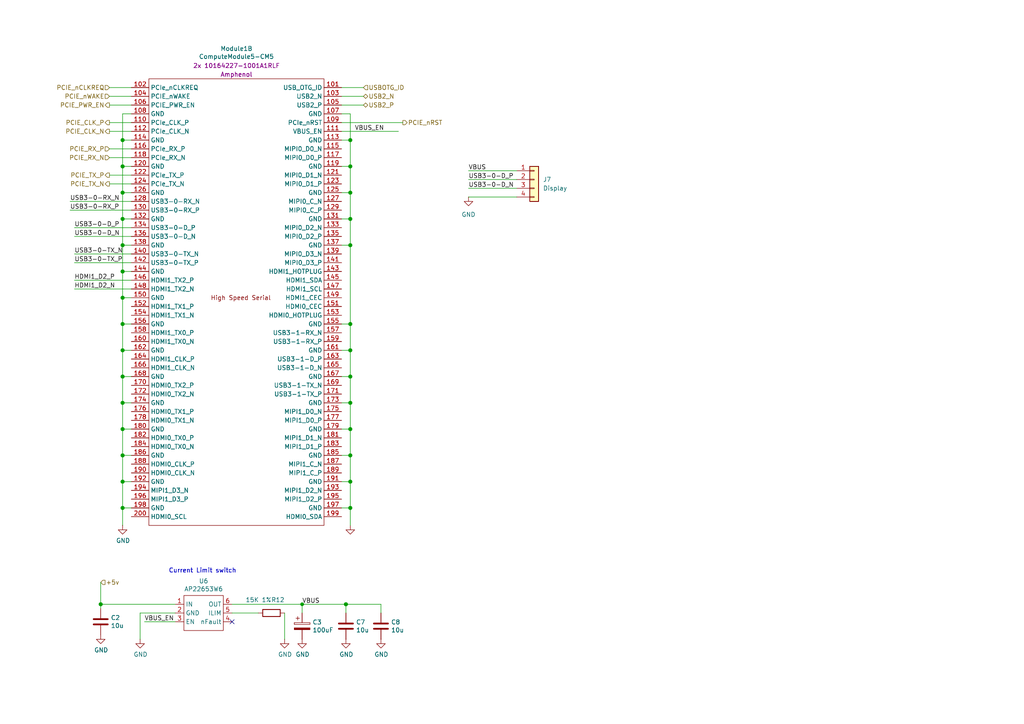
<source format=kicad_sch>
(kicad_sch (version 20250114) (generator "eeschema") (generator_version "9.0")
  (paper "A4")
  (title_block (title "Compute Module 5 IO ") (rev "1") (company "Ridgeline Radio") (comment 1 "Jake Wood"))
  (lib_symbols
    (symbol "CM5IO:AP2553W6"
      (property "Reference" "U" (at 3.81 -6.35 0))
      (property "Value" "AP2553W6" (at -3.81 -6.35 0))
      (symbol "AP2553W6_0_0"
        (pin power_in line (at -8.89 2.54 0) (length 2.54) (name "IN") (number "1"))
        (pin power_out line (at -8.89 0 0) (length 2.54) (name "GND") (number "2"))
        (pin input line (at -8.89 -2.54 0) (length 2.54) (name "EN") (number "3"))
        (pin power_out line (at 7.62 2.54 180) (length 2.54) (name "OUT") (number "6"))
        (pin passive line (at 7.62 0 180) (length 2.54) (name "ILIM") (number "5"))
        (pin open_collector line (at 7.62 -2.54 180) (length 2.54) (name "nFault") (number "4"))
      )
      (symbol "AP2553W6_0_1"
        (rectangle (start -6.35 5.08) (end 5.08 -5.08))
      )
    )
    (symbol "CM5IO:ComputeModule5-CM5"
      (property "Reference" "Module" (at 113.03 -68.58 0))
      (property "Value" "ComputeModule5-CM5" (at 140.97 2.54 0))
      (property "Field4" "Amphenol" (at 0 0 0))
      (property "Field5" "2x 10164227-1001A1RLF" (at 0 -2.54 0))
      (symbol "ComputeModule5-CM5_1_0"
        (text "GPIO" (at 0 6.35 0) (effects (font (size 1.27 1.27))))
      )
      (symbol "ComputeModule5-CM5_1_1"
        (rectangle (start -30.48 -71.12) (end 25.4 58.42))
        (text "600mA Max" (at -8.89 -48.26 0) (effects (font (size 1.27 1.27))))
        (text "600mA Max" (at -8.89 -53.34 0) (effects (font (size 1.27 1.27))))
        (text "NB SD signals are only available" (at -1.27 -27.94 0) (effects (font (size 1.27 1.27))))
        (text "on modules without eMMC" (at -1.27 -30.48 0) (effects (font (size 1.27 1.27))))
        (pin power_in line (at -33.02 55.88 0) (length 2.54) (name "GND") (number "2"))
        (pin passive line (at -33.02 53.34 0) (length 2.54) (name "Ethernet_Pair1_P") (number "4"))
        (pin passive line (at -33.02 50.8 0) (length 2.54) (name "Ethernet_Pair1_N") (number "6"))
        (pin power_in line (at -33.02 48.26 0) (length 2.54) (name "GND") (number "8"))
        (pin passive line (at -33.02 45.72 0) (length 2.54) (name "Ethernet_Pair0_N") (number "10"))
        (pin passive line (at -33.02 43.18 0) (length 2.54) (name "Ethernet_Pair0_P") (number "12"))
        (pin power_in line (at -33.02 40.64 0) (length 2.54) (name "GND") (number "14"))
        (pin input line (at -33.02 38.1 0) (length 2.54) (name "FAN_TACHO") (number "16"))
        (pin input line (at -33.02 35.56 0) (length 2.54) (name "Ethernet_SYNC_OUT(3.3v)") (number "18"))
        (pin passive line (at -33.02 33.02 0) (length 2.54) (name "EEPROM_nWP") (number "20"))
        (pin power_in line (at -33.02 30.48 0) (length 2.54) (name "GND") (number "22"))
        (pin passive line (at -33.02 27.94 0) (length 2.54) (name "GPIO26") (number "24"))
        (pin passive line (at -33.02 25.4 0) (length 2.54) (name "GPIO19") (number "26"))
        (pin passive line (at -33.02 22.86 0) (length 2.54) (name "GPIO13") (number "28"))
        (pin passive line (at -33.02 20.32 0) (length 2.54) (name "GPIO6") (number "30"))
        (pin power_in line (at -33.02 17.78 0) (length 2.54) (name "GND") (number "32"))
        (pin passive line (at -33.02 15.24 0) (length 2.54) (name "GPIO5") (number "34"))
        (pin passive line (at -33.02 12.7 0) (length 2.54) (name "ID_SD") (number "36"))
        (pin passive line (at -33.02 10.16 0) (length 2.54) (name "GPIO11") (number "38"))
        (pin passive line (at -33.02 7.62 0) (length 2.54) (name "GPIO9") (number "40"))
        (pin power_in line (at -33.02 5.08 0) (length 2.54) (name "GND") (number "42"))
        (pin passive line (at -33.02 2.54 0) (length 2.54) (name "GPIO10") (number "44"))
        (pin passive line (at -33.02 0 0) (length 2.54) (name "GPIO22") (number "46"))
        (pin passive line (at -33.02 -2.54 0) (length 2.54) (name "GPIO27") (number "48"))
        (pin passive line (at -33.02 -5.08 0) (length 2.54) (name "GPIO17") (number "50"))
        (pin power_in line (at -33.02 -7.62 0) (length 2.54) (name "GND") (number "52"))
        (pin passive line (at -33.02 -10.16 0) (length 2.54) (name "GPIO4") (number "54"))
        (pin passive line (at -33.02 -12.7 0) (length 2.54) (name "GPIO3") (number "56"))
        (pin passive line (at -33.02 -15.24 0) (length 2.54) (name "GPIO2") (number "58"))
        (pin power_in line (at -33.02 -17.78 0) (length 2.54) (name "GND") (number "60"))
        (pin passive line (at -33.02 -20.32 0) (length 2.54) (name "SD_CMD") (number "62"))
        (pin passive line (at -33.02 -22.86 0) (length 2.54) (name "SD_DAT5") (number "64"))
        (pin power_in line (at -33.02 -25.4 0) (length 2.54) (name "GND") (number "66"))
        (pin passive line (at -33.02 -27.94 0) (length 2.54) (name "SD_DAT4") (number "68"))
        (pin passive line (at -33.02 -30.48 0) (length 2.54) (name "SD_DAT7") (number "70"))
        (pin passive line (at -33.02 -33.02 0) (length 2.54) (name "SD_DAT6") (number "72"))
        (pin power_in line (at -33.02 -35.56 0) (length 2.54) (name "GND") (number "74"))
        (pin passive line (at -33.02 -38.1 0) (length 2.54) (name "VBAT") (number "76"))
        (pin power_in line (at -33.02 -40.64 0) (length 2.54) (name "GPIO_VREF(1.8v/3.3v_Input)") (number "78"))
        (pin passive line (at -33.02 -43.18 0) (length 2.54) (name "SCL0") (number "80"))
        (pin passive line (at -33.02 -45.72 0) (length 2.54) (name "SDA0") (number "82"))
        (pin power_out line (at -33.02 -48.26 0) (length 2.54) (name "+3.3v_(Output)") (number "84"))
        (pin passive line (at -33.02 -50.8 0) (length 2.54) (name "+3.3v_(Output)") (number "86"))
        (pin power_out line (at -33.02 -53.34 0) (length 2.54) (name "+1.8v_(Output)") (number "88"))
        (pin passive line (at -33.02 -55.88 0) (length 2.54) (name "+1.8v_(Output)") (number "90"))
        (pin passive line (at -33.02 -58.42 0) (length 2.54) (name "PWR_BUT") (number "92"))
        (pin passive line (at -33.02 -60.96 0) (length 2.54) (name "CC1") (number "94"))
        (pin passive line (at -33.02 -63.5 0) (length 2.54) (name "CC2") (number "96"))
        (pin power_in line (at -33.02 -66.04 0) (length 2.54) (name "GND") (number "98"))
        (pin passive line (at -33.02 -68.58 0) (length 2.54) (name "CAM_GPIO1") (number "100"))
        (pin power_in line (at 27.94 55.88 180) (length 2.54) (name "GND") (number "1"))
        (pin passive line (at 27.94 53.34 180) (length 2.54) (name "Ethernet_Pair3_P") (number "3"))
        (pin passive line (at 27.94 50.8 180) (length 2.54) (name "Ethernet_Pair3_N") (number "5"))
        (pin power_in line (at 27.94 48.26 180) (length 2.54) (name "GND") (number "7"))
        (pin passive line (at 27.94 45.72 180) (length 2.54) (name "Ethernet_Pair2_N") (number "9"))
        (pin passive line (at 27.94 43.18 180) (length 2.54) (name "Ethernet_Pair2_P") (number "11"))
        (pin power_in line (at 27.94 40.64 180) (length 2.54) (name "GND") (number "13"))
        (pin output line (at 27.94 38.1 180) (length 2.54) (name "Ethernet_nLED3(3.3v)") (number "15"))
        (pin output line (at 27.94 35.56 180) (length 2.54) (name "Ethernet_nLED2(3.3v)") (number "17"))
        (pin output line (at 27.94 33.02 180) (length 2.54) (name "FAN_PWM") (number "19"))
        (pin open_collector line (at 27.94 30.48 180) (length 2.54) (name "LED_nACT") (number "21"))
        (pin power_in line (at 27.94 27.94 180) (length 2.54) (name "GND") (number "23"))
        (pin passive line (at 27.94 25.4 180) (length 2.54) (name "GPIO21") (number "25"))
        (pin passive line (at 27.94 22.86 180) (length 2.54) (name "GPIO20") (number "27"))
        (pin passive line (at 27.94 20.32 180) (length 2.54) (name "GPIO16") (number "29"))
        (pin passive line (at 27.94 17.78 180) (length 2.54) (name "GPIO12") (number "31"))
        (pin power_in line (at 27.94 15.24 180) (length 2.54) (name "GND") (number "33"))
        (pin passive line (at 27.94 12.7 180) (length 2.54) (name "ID_SC") (number "35"))
        (pin passive line (at 27.94 10.16 180) (length 2.54) (name "GPIO7") (number "37"))
        (pin passive line (at 27.94 7.62 180) (length 2.54) (name "GPIO8") (number "39"))
        (pin passive line (at 27.94 5.08 180) (length 2.54) (name "GPIO25") (number "41"))
        (pin power_in line (at 27.94 2.54 180) (length 2.54) (name "GND") (number "43"))
        (pin passive line (at 27.94 0 180) (length 2.54) (name "GPIO24") (number "45"))
        (pin passive line (at 27.94 -2.54 180) (length 2.54) (name "GPIO23") (number "47"))
        (pin passive line (at 27.94 -5.08 180) (length 2.54) (name "GPIO18") (number "49"))
        (pin passive line (at 27.94 -7.62 180) (length 2.54) (name "GPIO15") (number "51"))
        (pin power_in line (at 27.94 -10.16 180) (length 2.54) (name "GND") (number "53"))
        (pin passive line (at 27.94 -12.7 180) (length 2.54) (name "GPIO14") (number "55"))
        (pin passive line (at 27.94 -15.24 180) (length 2.54) (name "SD_CLK") (number "57"))
        (pin power_in line (at 27.94 -17.78 180) (length 2.54) (name "GND") (number "59"))
        (pin passive line (at 27.94 -20.32 180) (length 2.54) (name "SD_DAT3") (number "61"))
        (pin passive line (at 27.94 -22.86 180) (length 2.54) (name "SD_DAT0") (number "63"))
        (pin power_in line (at 27.94 -25.4 180) (length 2.54) (name "GND") (number "65"))
        (pin passive line (at 27.94 -27.94 180) (length 2.54) (name "SD_DAT1") (number "67"))
        (pin passive line (at 27.94 -30.48 180) (length 2.54) (name "SD_DAT2") (number "69"))
        (pin power_in line (at 27.94 -33.02 180) (length 2.54) (name "GND") (number "71"))
        (pin input line (at 27.94 -35.56 180) (length 2.54) (name "SD_VDD_Override") (number "73"))
        (pin output line (at 27.94 -38.1 180) (length 2.54) (name "SD_PWR_ON") (number "75"))
        (pin power_in line (at 27.94 -40.64 180) (length 2.54) (name "+5v_(Input)") (number "77"))
        (pin power_in line (at 27.94 -43.18 180) (length 2.54) (name "+5v_(Input)") (number "79"))
        (pin power_in line (at 27.94 -45.72 180) (length 2.54) (name "+5v_(Input)") (number "81"))
        (pin power_in line (at 27.94 -48.26 180) (length 2.54) (name "+5v_(Input)") (number "83"))
        (pin power_in line (at 27.94 -50.8 180) (length 2.54) (name "+5v_(Input)") (number "85"))
        (pin power_in line (at 27.94 -53.34 180) (length 2.54) (name "+5v_(Input)") (number "87"))
        (pin input line (at 27.94 -55.88 180) (length 2.54) (name "WiFi_nDisable") (number "89"))
        (pin input line (at 27.94 -58.42 180) (length 2.54) (name "BT_nDisable") (number "91"))
        (pin input line (at 27.94 -60.96 180) (length 2.54) (name "nRPIBOOT") (number "93"))
        (pin output line (at 27.94 -63.5 180) (length 2.54) (name "LED_nPWR") (number "95"))
        (pin passive line (at 27.94 -66.04 180) (length 2.54) (name "CAM_GPIO0") (number "97"))
        (pin input line (at 27.94 -68.58 180) (length 2.54) (name "PMIC_ENABLE") (number "99"))
      )
      (symbol "ComputeModule5-CM5_2_1"
        (rectangle (start 114.3 -66.04) (end 165.1 63.5))
        (text "High Speed Serial" (at 140.97 0 0) (effects (font (size 1.27 1.27))))
        (pin input line (at 109.22 60.96 0) (length 5.08) (name "PCIe_nCLKREQ") (number "102"))
        (pin input line (at 109.22 58.42 0) (length 5.08) (name "PCIE_nWAKE") (number "104"))
        (pin output line (at 109.22 55.88 0) (length 5.08) (name "PCIE_PWR_EN") (number "106"))
        (pin power_in line (at 109.22 53.34 0) (length 5.08) (name "GND") (number "108"))
        (pin output line (at 109.22 50.8 0) (length 5.08) (name "PCIe_CLK_P") (number "110"))
        (pin output line (at 109.22 48.26 0) (length 5.08) (name "PCIe_CLK_N") (number "112"))
        (pin power_in line (at 109.22 45.72 0) (length 5.08) (name "GND") (number "114"))
        (pin input line (at 109.22 43.18 0) (length 5.08) (name "PCIe_RX_P") (number "116"))
        (pin input line (at 109.22 40.64 0) (length 5.08) (name "PCIe_RX_N") (number "118"))
        (pin power_in line (at 109.22 38.1 0) (length 5.08) (name "GND") (number "120"))
        (pin output line (at 109.22 35.56 0) (length 5.08) (name "PCIe_TX_P") (number "122"))
        (pin output line (at 109.22 33.02 0) (length 5.08) (name "PCIe_TX_N") (number "124"))
        (pin power_in line (at 109.22 30.48 0) (length 5.08) (name "GND") (number "126"))
        (pin input line (at 109.22 27.94 0) (length 5.08) (name "USB3-0-RX_N") (number "128"))
        (pin input line (at 109.22 25.4 0) (length 5.08) (name "USB3-0-RX_P") (number "130"))
        (pin power_in line (at 109.22 22.86 0) (length 5.08) (name "GND") (number "132"))
        (pin passive line (at 109.22 20.32 0) (length 5.08) (name "USB3-0-D_P") (number "134"))
        (pin passive line (at 109.22 17.78 0) (length 5.08) (name "USB3-0-D_N") (number "136"))
        (pin power_in line (at 109.22 15.24 0) (length 5.08) (name "GND") (number "138"))
        (pin output line (at 109.22 12.7 0) (length 5.08) (name "USB3-0-TX_N") (number "140"))
        (pin output line (at 109.22 10.16 0) (length 5.08) (name "USB3-0-TX_P") (number "142"))
        (pin power_in line (at 109.22 7.62 0) (length 5.08) (name "GND") (number "144"))
        (pin output line (at 109.22 5.08 0) (length 5.08) (name "HDMI1_TX2_P") (number "146"))
        (pin output line (at 109.22 2.54 0) (length 5.08) (name "HDMI1_TX2_N") (number "148"))
        (pin power_in line (at 109.22 0 0) (length 5.08) (name "GND") (number "150"))
        (pin output line (at 109.22 -2.54 0) (length 5.08) (name "HDMI1_TX1_P") (number "152"))
        (pin output line (at 109.22 -5.08 0) (length 5.08) (name "HDMI1_TX1_N") (number "154"))
        (pin power_in line (at 109.22 -7.62 0) (length 5.08) (name "GND") (number "156"))
        (pin output line (at 109.22 -10.16 0) (length 5.08) (name "HDMI1_TX0_P") (number "158"))
        (pin output line (at 109.22 -12.7 0) (length 5.08) (name "HDMI1_TX0_N") (number "160"))
        (pin power_in line (at 109.22 -15.24 0) (length 5.08) (name "GND") (number "162"))
        (pin output line (at 109.22 -17.78 0) (length 5.08) (name "HDMI1_CLK_P") (number "164"))
        (pin output line (at 109.22 -20.32 0) (length 5.08) (name "HDMI1_CLK_N") (number "166"))
        (pin power_in line (at 109.22 -22.86 0) (length 5.08) (name "GND") (number "168"))
        (pin output line (at 109.22 -25.4 0) (length 5.08) (name "HDMI0_TX2_P") (number "170"))
        (pin output line (at 109.22 -27.94 0) (length 5.08) (name "HDMI0_TX2_N") (number "172"))
        (pin power_in line (at 109.22 -30.48 0) (length 5.08) (name "GND") (number "174"))
        (pin output line (at 109.22 -33.02 0) (length 5.08) (name "HDMI0_TX1_P") (number "176"))
        (pin output line (at 109.22 -35.56 0) (length 5.08) (name "HDMI0_TX1_N") (number "178"))
        (pin power_in line (at 109.22 -38.1 0) (length 5.08) (name "GND") (number "180"))
        (pin output line (at 109.22 -40.64 0) (length 5.08) (name "HDMI0_TX0_P") (number "182"))
        (pin output line (at 109.22 -43.18 0) (length 5.08) (name "HDMI0_TX0_N") (number "184"))
        (pin power_in line (at 109.22 -45.72 0) (length 5.08) (name "GND") (number "186"))
        (pin output line (at 109.22 -48.26 0) (length 5.08) (name "HDMI0_CLK_P") (number "188"))
        (pin output line (at 109.22 -50.8 0) (length 5.08) (name "HDMI0_CLK_N") (number "190"))
        (pin power_in line (at 109.22 -53.34 0) (length 5.08) (name "GND") (number "192"))
        (pin output line (at 109.22 -55.88 0) (length 5.08) (name "MIPI1_D3_N") (number "194"))
        (pin output line (at 109.22 -58.42 0) (length 5.08) (name "MIPI1_D3_P") (number "196"))
        (pin power_in line (at 109.22 -60.96 0) (length 5.08) (name "GND") (number "198"))
        (pin open_collector line (at 109.22 -63.5 0) (length 5.08) (name "HDMI0_SCL") (number "200"))
        (pin input line (at 170.18 60.96 180) (length 5.08) (name "USB_OTG_ID") (number "101"))
        (pin passive line (at 170.18 58.42 180) (length 5.08) (name "USB2_N") (number "103"))
        (pin passive line (at 170.18 55.88 180) (length 5.08) (name "USB2_P") (number "105"))
        (pin power_in line (at 170.18 53.34 180) (length 5.08) (name "GND") (number "107"))
        (pin output line (at 170.18 50.8 180) (length 5.08) (name "PCIe_nRST") (number "109"))
        (pin output line (at 170.18 48.26 180) (length 5.08) (name "VBUS_EN") (number "111"))
        (pin power_in line (at 170.18 45.72 180) (length 5.08) (name "GND") (number "113"))
        (pin input line (at 170.18 43.18 180) (length 5.08) (name "MIPI0_D0_N") (number "115"))
        (pin input line (at 170.18 40.64 180) (length 5.08) (name "MIPI0_D0_P") (number "117"))
        (pin power_in line (at 170.18 38.1 180) (length 5.08) (name "GND") (number "119"))
        (pin input line (at 170.18 35.56 180) (length 5.08) (name "MIPI0_D1_N") (number "121"))
        (pin input line (at 170.18 33.02 180) (length 5.08) (name "MIPI0_D1_P") (number "123"))
        (pin power_in line (at 170.18 30.48 180) (length 5.08) (name "GND") (number "125"))
        (pin input line (at 170.18 27.94 180) (length 5.08) (name "MIPI0_C_N") (number "127"))
        (pin input line (at 170.18 25.4 180) (length 5.08) (name "MIPI0_C_P") (number "129"))
        (pin power_in line (at 170.18 22.86 180) (length 5.08) (name "GND") (number "131"))
        (pin input line (at 170.18 20.32 180) (length 5.08) (name "MIPI0_D2_N") (number "133"))
        (pin input line (at 170.18 17.78 180) (length 5.08) (name "MIPI0_D2_P") (number "135"))
        (pin power_in line (at 170.18 15.24 180) (length 5.08) (name "GND") (number "137"))
        (pin input line (at 170.18 12.7 180) (length 5.08) (name "MIPI0_D3_N") (number "139"))
        (pin input line (at 170.18 10.16 180) (length 5.08) (name "MIPI0_D3_P") (number "141"))
        (pin input line (at 170.18 7.62 180) (length 5.08) (name "HDMI1_HOTPLUG") (number "143"))
        (pin bidirectional line (at 170.18 5.08 180) (length 5.08) (name "HDMI1_SDA") (number "145"))
        (pin open_collector line (at 170.18 2.54 180) (length 5.08) (name "HDMI1_SCL") (number "147"))
        (pin open_collector line (at 170.18 0 180) (length 5.08) (name "HDMI1_CEC") (number "149"))
        (pin open_collector line (at 170.18 -2.54 180) (length 5.08) (name "HDMI0_CEC") (number "151"))
        (pin input line (at 170.18 -5.08 180) (length 5.08) (name "HDMI0_HOTPLUG") (number "153"))
        (pin power_in line (at 170.18 -7.62 180) (length 5.08) (name "GND") (number "155"))
        (pin input line (at 170.18 -10.16 180) (length 5.08) (name "USB3-1-RX_N") (number "157"))
        (pin input line (at 170.18 -12.7 180) (length 5.08) (name "USB3-1-RX_P") (number "159"))
        (pin power_in line (at 170.18 -15.24 180) (length 5.08) (name "GND") (number "161"))
        (pin passive line (at 170.18 -17.78 180) (length 5.08) (name "USB3-1-D_P") (number "163"))
        (pin passive line (at 170.18 -20.32 180) (length 5.08) (name "USB3-1-D_N") (number "165"))
        (pin power_in line (at 170.18 -22.86 180) (length 5.08) (name "GND") (number "167"))
        (pin output line (at 170.18 -25.4 180) (length 5.08) (name "USB3-1-TX_N") (number "169"))
        (pin output line (at 170.18 -27.94 180) (length 5.08) (name "USB3-1-TX_P") (number "171"))
        (pin power_in line (at 170.18 -30.48 180) (length 5.08) (name "GND") (number "173"))
        (pin output line (at 170.18 -33.02 180) (length 5.08) (name "MIPI1_D0_N") (number "175"))
        (pin output line (at 170.18 -35.56 180) (length 5.08) (name "MIPI1_D0_P") (number "177"))
        (pin power_in line (at 170.18 -38.1 180) (length 5.08) (name "GND") (number "179"))
        (pin output line (at 170.18 -40.64 180) (length 5.08) (name "MIPI1_D1_N") (number "181"))
        (pin output line (at 170.18 -43.18 180) (length 5.08) (name "MIPI1_D1_P") (number "183"))
        (pin power_in line (at 170.18 -45.72 180) (length 5.08) (name "GND") (number "185"))
        (pin output line (at 170.18 -48.26 180) (length 5.08) (name "MIPI1_C_N") (number "187"))
        (pin output line (at 170.18 -50.8 180) (length 5.08) (name "MIPI1_C_P") (number "189"))
        (pin power_in line (at 170.18 -53.34 180) (length 5.08) (name "GND") (number "191"))
        (pin output line (at 170.18 -55.88 180) (length 5.08) (name "MIPI1_D2_N") (number "193"))
        (pin output line (at 170.18 -58.42 180) (length 5.08) (name "MIPI1_D2_P") (number "195"))
        (pin power_in line (at 170.18 -60.96 180) (length 5.08) (name "GND") (number "197"))
        (pin bidirectional line (at 170.18 -63.5 180) (length 5.08) (name "HDMI0_SDA") (number "199"))
      )
    )
    (symbol "Connector_Generic:Conn_01x04" (pin_names (offset 1.016) (hide yes))
      (property "Reference" "J" (at 0 5.08 0))
      (property "Value" "Conn_01x04" (at 0 -7.62 0))
      (symbol "Conn_01x04_1_1"
        (rectangle (start -1.27 3.81) (end 1.27 -6.35) (stroke (width 0.254)) (fill (type background)))
        (rectangle (start -1.27 2.667) (end 0 2.413) (stroke (width 0.1524)))
        (rectangle (start -1.27 0.127) (end 0 -0.127) (stroke (width 0.1524)))
        (rectangle (start -1.27 -2.413) (end 0 -2.667) (stroke (width 0.1524)))
        (rectangle (start -1.27 -4.953) (end 0 -5.207) (stroke (width 0.1524)))
        (pin passive line (at -5.08 2.54 0) (length 3.81) (name "Pin_1") (number "1"))
        (pin passive line (at -5.08 0 0) (length 3.81) (name "Pin_2") (number "2"))
        (pin passive line (at -5.08 -2.54 0) (length 3.81) (name "Pin_3") (number "3"))
        (pin passive line (at -5.08 -5.08 0) (length 3.81) (name "Pin_4") (number "4"))
      )
    )
    (symbol "Device:C" (pin_numbers (hide yes)) (pin_names (offset 0.254))
      (property "Reference" "C" (at 0.635 2.54 0))
      (property "Value" "C" (at 0.635 -2.54 0))
      (symbol "C_0_1"
        (polyline (pts (xy -2.032 0.762) (xy 2.032 0.762)) (stroke (width 0.508)))
        (polyline (pts (xy -2.032 -0.762) (xy 2.032 -0.762)) (stroke (width 0.508)))
      )
      (symbol "C_1_1"
        (pin passive line (at 0 3.81 270) (length 2.794) (name "~") (number "1"))
        (pin passive line (at 0 -3.81 90) (length 2.794) (name "~") (number "2"))
      )
    )
    (symbol "Device:C_Polarized" (pin_numbers (hide yes)) (pin_names (offset 0.254))
      (property "Reference" "C" (at 0.635 2.54 0))
      (property "Value" "C_Polarized" (at 0.635 -2.54 0))
      (symbol "C_Polarized_0_1"
        (rectangle (start -2.286 0.508) (end 2.286 1.016))
        (polyline (pts (xy -1.778 2.286) (xy -0.762 2.286)))
        (polyline (pts (xy -1.27 2.794) (xy -1.27 1.778)))
        (rectangle (start 2.286 -0.508) (end -2.286 -1.016) (fill (type outline)))
      )
      (symbol "C_Polarized_1_1"
        (pin passive line (at 0 3.81 270) (length 2.794) (name "~") (number "1"))
        (pin passive line (at 0 -3.81 90) (length 2.794) (name "~") (number "2"))
      )
    )
    (symbol "Device:R" (pin_numbers (hide yes)) (pin_names (offset 0))
      (property "Reference" "R" (at 2.032 0 90))
      (property "Value" "R" (at 0 0 90))
      (symbol "R_0_1"
        (rectangle (start -1.016 -2.54) (end 1.016 2.54) (stroke (width 0.254)))
      )
      (symbol "R_1_1"
        (pin passive line (at 0 3.81 270) (length 1.27) (name "~") (number "1"))
        (pin passive line (at 0 -3.81 90) (length 1.27) (name "~") (number "2"))
      )
    )
    (symbol "power:GND" (power) (pin_numbers (hide yes)) (pin_names (offset 0) (hide yes))
      (property "Value" "GND" (at 0 -3.81 0))
      (symbol "GND_0_1"
        (polyline (pts (xy 0 0) (xy 0 -1.27) (xy 1.27 -1.27) (xy 0 -2.54) (xy -1.27 -1.27) (xy 0 -1.27)))
      )
      (symbol "GND_1_1"
        (pin power_in line (at 0 0 270) (length 0) (name "~") (number "1"))
      )
    )
  )
  (text "Current Limit switch" (at 68.58 166.37 0) (effects (font (size 1.27 1.27)) (justify right bottom)))
  (text "Current Limit switch" (at 68.58 166.37 0) (effects (font (size 1.27 1.27)) (justify right bottom)))
  (junction (at 35.56 147.32) (diameter 1.016))
  (junction (at 35.56 132.08) (diameter 1.016))
  (junction (at 101.6 132.08) (diameter 1.016))
  (junction (at 35.56 71.12) (diameter 1.016))
  (junction (at 101.6 55.88) (diameter 1.016))
  (junction (at 100.33 175.26) (diameter 1.016))
  (junction (at 101.6 147.32) (diameter 1.016))
  (junction (at 35.56 40.64) (diameter 1.016))
  (junction (at 101.6 40.64) (diameter 1.016))
  (junction (at 35.56 55.88) (diameter 1.016))
  (junction (at 101.6 101.6) (diameter 1.016))
  (junction (at 101.6 124.46) (diameter 1.016))
  (junction (at 35.56 78.74) (diameter 1.016))
  (junction (at 101.6 116.84) (diameter 1.016))
  (junction (at 35.56 48.26) (diameter 1.016))
  (junction (at 101.6 63.5) (diameter 1.016))
  (junction (at 29.21 175.26) (diameter 1.016))
  (junction (at 101.6 48.26) (diameter 1.016))
  (junction (at 35.56 139.7) (diameter 1.016))
  (junction (at 101.6 139.7) (diameter 1.016))
  (junction (at 101.6 93.98) (diameter 1.016))
  (junction (at 35.56 101.6) (diameter 1.016))
  (junction (at 35.56 116.84) (diameter 1.016))
  (junction (at 35.56 86.36) (diameter 1.016))
  (junction (at 101.6 71.12) (diameter 1.016))
  (junction (at 101.6 109.22) (diameter 1.016))
  (junction (at 35.56 63.5) (diameter 1.016))
  (junction (at 87.63 175.26))
  (junction (at 35.56 93.98) (diameter 1.016))
  (junction (at 35.56 124.46) (diameter 1.016))
  (junction (at 35.56 109.22) (diameter 1.016))
  (no_connect (at 67.31 180.34))
  (wire (pts (xy 29.21 168.91) (xy 29.21 175.26)))
  (wire (pts (xy 99.06 38.1) (xy 115.57 38.1)))
  (wire (pts (xy 35.56 63.5) (xy 35.56 71.12)))
  (wire (pts (xy 35.56 139.7) (xy 35.56 147.32)))
  (wire (pts (xy 67.31 177.8) (xy 74.93 177.8)))
  (wire (pts (xy 35.56 33.02) (xy 35.56 40.64)))
  (wire (pts (xy 35.56 86.36) (xy 35.56 93.98)))
  (wire (pts (xy 35.56 71.12) (xy 35.56 78.74)))
  (wire (pts (xy 35.56 101.6) (xy 35.56 109.22)))
  (wire (pts (xy 101.6 48.26) (xy 101.6 40.64)))
  (wire (pts (xy 99.06 30.48) (xy 105.41 30.48)))
  (wire (pts (xy 35.56 86.36) (xy 38.1 86.36)))
  (wire (pts (xy 35.56 109.22) (xy 35.56 116.84)))
  (wire (pts (xy 35.56 48.26) (xy 35.56 55.88)))
  (wire (pts (xy 35.56 132.08) (xy 38.1 132.08)))
  (wire (pts (xy 101.6 71.12) (xy 101.6 63.5)))
  (wire (pts (xy 31.75 38.1) (xy 38.1 38.1)))
  (wire (pts (xy 35.56 109.22) (xy 38.1 109.22)))
  (wire (pts (xy 38.1 147.32) (xy 35.56 147.32)))
  (wire (pts (xy 99.06 101.6) (xy 101.6 101.6)))
  (wire (pts (xy 35.56 55.88) (xy 35.56 63.5)))
  (wire (pts (xy 31.75 27.94) (xy 38.1 27.94)))
  (wire (pts (xy 99.06 40.64) (xy 101.6 40.64)))
  (wire (pts (xy 135.89 49.53) (xy 149.86 49.53)))
  (wire (pts (xy 21.59 73.66) (xy 38.1 73.66)))
  (wire (pts (xy 21.59 66.04) (xy 38.1 66.04)))
  (wire (pts (xy 101.6 124.46) (xy 101.6 132.08)))
  (wire (pts (xy 40.64 177.8) (xy 40.64 185.42)))
  (wire (pts (xy 135.89 54.61) (xy 149.86 54.61)))
  (wire (pts (xy 41.91 180.34) (xy 50.8 180.34)))
  (wire (pts (xy 101.6 116.84) (xy 101.6 124.46)))
  (wire (pts (xy 21.59 76.2) (xy 38.1 76.2)))
  (wire (pts (xy 101.6 147.32) (xy 101.6 152.4)))
  (wire (pts (xy 100.33 177.8) (xy 100.33 175.26)))
  (wire (pts (xy 38.1 43.18) (xy 31.75 43.18)))
  (wire (pts (xy 31.75 30.48) (xy 38.1 30.48)))
  (wire (pts (xy 99.06 132.08) (xy 101.6 132.08)))
  (wire (pts (xy 31.75 53.34) (xy 38.1 53.34)))
  (wire (pts (xy 82.55 177.8) (xy 82.55 185.42)))
  (wire (pts (xy 50.8 177.8) (xy 40.64 177.8)))
  (wire (pts (xy 35.56 63.5) (xy 38.1 63.5)))
  (wire (pts (xy 99.06 48.26) (xy 101.6 48.26)))
  (wire (pts (xy 38.1 45.72) (xy 31.75 45.72)))
  (wire (pts (xy 101.6 93.98) (xy 101.6 101.6)))
  (wire (pts (xy 135.89 57.15) (xy 149.86 57.15)))
  (wire (pts (xy 35.56 116.84) (xy 35.56 124.46)))
  (wire (pts (xy 21.59 83.82) (xy 38.1 83.82)))
  (wire (pts (xy 35.56 40.64) (xy 38.1 40.64)))
  (wire (pts (xy 38.1 139.7) (xy 35.56 139.7)))
  (wire (pts (xy 67.31 175.26) (xy 87.63 175.26)))
  (wire (pts (xy 87.63 175.26) (xy 100.33 175.26)))
  (wire (pts (xy 29.21 175.26) (xy 50.8 175.26)))
  (wire (pts (xy 35.56 124.46) (xy 38.1 124.46)))
  (wire (pts (xy 99.06 55.88) (xy 101.6 55.88)))
  (wire (pts (xy 99.06 116.84) (xy 101.6 116.84)))
  (wire (pts (xy 99.06 93.98) (xy 101.6 93.98)))
  (wire (pts (xy 31.75 35.56) (xy 38.1 35.56)))
  (wire (pts (xy 101.6 139.7) (xy 101.6 147.32)))
  (wire (pts (xy 101.6 55.88) (xy 101.6 48.26)))
  (wire (pts (xy 31.75 25.4) (xy 38.1 25.4)))
  (wire (pts (xy 31.75 50.8) (xy 38.1 50.8)))
  (wire (pts (xy 101.6 109.22) (xy 101.6 116.84)))
  (wire (pts (xy 35.56 93.98) (xy 38.1 93.98)))
  (wire (pts (xy 35.56 116.84) (xy 38.1 116.84)))
  (wire (pts (xy 99.06 63.5) (xy 101.6 63.5)))
  (wire (pts (xy 38.1 33.02) (xy 35.56 33.02)))
  (wire (pts (xy 100.33 175.26) (xy 110.49 175.26)))
  (wire (pts (xy 35.56 71.12) (xy 38.1 71.12)))
  (wire (pts (xy 35.56 124.46) (xy 35.56 132.08)))
  (wire (pts (xy 87.63 175.26) (xy 87.63 177.8)))
  (wire (pts (xy 35.56 101.6) (xy 38.1 101.6)))
  (wire (pts (xy 20.32 60.96) (xy 38.1 60.96)))
  (wire (pts (xy 99.06 124.46) (xy 101.6 124.46)))
  (wire (pts (xy 35.56 55.88) (xy 38.1 55.88)))
  (wire (pts (xy 99.06 109.22) (xy 101.6 109.22)))
  (wire (pts (xy 35.56 132.08) (xy 35.56 139.7)))
  (wire (pts (xy 99.06 27.94) (xy 105.41 27.94)))
  (wire (pts (xy 20.32 58.42) (xy 38.1 58.42)))
  (wire (pts (xy 101.6 40.64) (xy 101.6 33.02)))
  (wire (pts (xy 101.6 63.5) (xy 101.6 55.88)))
  (wire (pts (xy 35.56 78.74) (xy 38.1 78.74)))
  (wire (pts (xy 101.6 132.08) (xy 101.6 139.7)))
  (wire (pts (xy 35.56 48.26) (xy 38.1 48.26)))
  (wire (pts (xy 99.06 35.56) (xy 116.84 35.56)))
  (wire (pts (xy 101.6 71.12) (xy 101.6 93.98)))
  (wire (pts (xy 35.56 93.98) (xy 35.56 101.6)))
  (wire (pts (xy 99.06 71.12) (xy 101.6 71.12)))
  (wire (pts (xy 21.59 68.58) (xy 38.1 68.58)))
  (wire (pts (xy 29.21 176.53) (xy 29.21 175.26)))
  (wire (pts (xy 101.6 33.02) (xy 99.06 33.02)))
  (wire (pts (xy 21.59 81.28) (xy 38.1 81.28)))
  (wire (pts (xy 101.6 101.6) (xy 101.6 109.22)))
  (wire (pts (xy 35.56 78.74) (xy 35.56 86.36)))
  (wire (pts (xy 35.56 147.32) (xy 35.56 152.4)))
  (wire (pts (xy 99.06 147.32) (xy 101.6 147.32)))
  (wire (pts (xy 110.49 175.26) (xy 110.49 177.8)))
  (wire (pts (xy 35.56 40.64) (xy 35.56 48.26)))
  (wire (pts (xy 99.06 139.7) (xy 101.6 139.7)))
  (wire (pts (xy 105.41 25.4) (xy 99.06 25.4)))
  (wire (pts (xy 135.89 52.07) (xy 149.86 52.07)))
  (label "VBUS_EN" (at 102.87 38.1 0))
  (label "USB3-0-D_N" (at 21.59 68.58 0))
  (label "USB3-0-TX_N" (at 21.59 73.66 0))
  (label "VBUS_EN" (at 41.91 180.34 0))
  (label "USB3-0-TX_P" (at 21.59 76.2 0))
  (label "USB3-0-RX_N" (at 20.32 58.42 0))
  (label "HDMI1_D2_N" (at 21.59 83.82 0))
  (label "VBUS" (at 135.89 49.53 0))
  (label "USB3-0-D_N" (at 135.89 54.61 0))
  (label "VBUS" (at 87.63 175.26 0))
  (label "USB3-0-D_P" (at 21.59 66.04 0))
  (label "USB3-0-RX_P" (at 20.32 60.96 0))
  (label "HDMI1_D2_P" (at 21.59 81.28 0))
  (label "USB3-0-D_P" (at 135.89 52.07 0))
  (hierarchical_label "USBOTG_ID" (shape input) (at 105.41 25.4 0))
  (hierarchical_label "+5v" (shape input) (at 29.21 168.91 0))
  (hierarchical_label "PCIE_PWR_EN" (shape output) (at 31.75 30.48 180))
  (hierarchical_label "PCIE_CLK_P" (shape output) (at 31.75 35.56 180))
  (hierarchical_label "PCIE_RX_N" (shape input) (at 31.75 45.72 180))
  (hierarchical_label "PCIE_nCLKREQ" (shape input) (at 31.75 25.4 180))
  (hierarchical_label "PCIE_RX_P" (shape input) (at 31.75 43.18 180))
  (hierarchical_label "USB2_P" (shape bidirectional) (at 105.41 30.48 0))
  (hierarchical_label "USB2_N" (shape bidirectional) (at 105.41 27.94 0))
  (hierarchical_label "PCIE_TX_P" (shape output) (at 31.75 50.8 180))
  (hierarchical_label "PCIE_nWAKE" (shape input) (at 31.75 27.94 180))
  (hierarchical_label "PCIE_CLK_N" (shape output) (at 31.75 38.1 180))
  (hierarchical_label "PCIE_nRST" (shape output) (at 116.84 35.56 0))
  (hierarchical_label "PCIE_TX_N" (shape output) (at 31.75 53.34 180))
  (symbol (lib_id "power:GND") (at 101.6 152.4 0) (unit 1)
    (property "Reference" "#PWR0130" (effects (hide yes)))
    (property "Value" "GND" (effects (hide yes)))
    (property "Description" "Power symbol creates a global label with name \"GND\" , ground" (effects (hide yes)))
  )
  (symbol (lib_id "power:GND") (at 35.56 152.4 0) (unit 1)
    (property "Reference" "#PWR0131" (effects (hide yes)))
    (property "Value" "GND" (at 35.687 156.7942 0))
    (property "Description" "Power symbol creates a global label with name \"GND\" , ground" (effects (hide yes)))
  )
  (symbol (lib_id "CM5IO:ComputeModule5-CM5") (at -71.12 86.36 0) (unit 2)
    (property "Reference" "Module1" (at 68.58 14.097 0))
    (property "Value" "ComputeModule5-CM5" (at 68.58 16.4084 0))
    (property "Footprint" "CM5IO:Raspberry-Pi-5-Compute-Module" (effects (hide yes)))
    (property "Description" "RaspberryPi Compute module 5" (effects (hide yes)))
    (property "Field4" "Amphenol" (at 68.58 21.59 0))
    (property "Field5" "2x 10164227-1001A1RLF" (at 68.58 19.05 0))
    (property "Field6" "2x 10164227-1001A1RLF" (effects (hide yes)))
    (property "Field7" "Hirose" (effects (hide yes)))
    (property "Part Description" "	100 Position Connector Receptacle, Center Strip Contacts Surface Mount Gold" (effects (hide yes)))
    (property "LCSC" "C6782225" (effects (hide yes)))
  )
  (symbol (lib_id "power:GND") (at 29.21 184.15 0) (unit 1)
    (property "Reference" "#PWR01" (effects (hide yes)))
    (property "Value" "GND" (at 29.337 188.5442 0))
    (property "Description" "Power symbol creates a global label with name \"GND\" , ground" (effects (hide yes)))
  )
  (symbol (lib_id "power:GND") (at 135.89 57.15 0) (unit 1)
    (property "Reference" "#PWR03" (effects (hide yes)))
    (property "Value" "GND" (at 135.89 62.23 0))
    (property "Description" "Power symbol creates a global label with name \"GND\" , ground" (effects (hide yes)))
  )
  (symbol (lib_id "Device:C") (at 100.33 181.61 0) (unit 1)
    (property "Reference" "C7" (at 103.251 180.4416 0) (effects (justify left)))
    (property "Value" "10u" (at 103.251 182.753 0) (effects (justify left)))
    (property "Footprint" "Capacitor_SMD:C_0805_2012Metric" (effects (hide yes)))
    (property "Datasheet" "https://search.murata.co.jp/Ceramy/image/img/A01X/G101/ENG/GRM21BR71A106KA73-01.pdf" (effects (hide yes)))
    (property "Field5" "490-14381-1-ND" (effects (hide yes)))
    (property "Field4" "Digikey" (effects (hide yes)))
    (property "Field6" "GRM21BR71A106KA73L" (effects (hide yes)))
    (property "Field7" "Murata" (effects (hide yes)))
    (property "Part Description" "	10uF 10% 10V Ceramic Capacitor X7R 0805 (2012 Metric)" (effects (hide yes)))
    (property "Field8" "111893011" (effects (hide yes)))
    (property "LCSC" "C15850" (effects (hide yes)))
  )
  (symbol (lib_id "Device:C_Polarized") (at 87.63 181.61 0) (unit 1)
    (property "Reference" "C3" (at 90.6272 180.467 0) (effects (justify left)))
    (property "Value" "100uF" (at 90.6272 182.753 0) (effects (justify left)))
    (property "Footprint" "Capacitor_Tantalum_SMD:CP_EIA-7343-31_Kemet-D" (effects (hide yes)))
    (property "Field4" "Mouser" (effects (hide yes)))
    (property "Field5" "667-EEF-CX0J101R" (effects (hide yes)))
    (property "Part Description" "Capacitor, SP-Cap, 100u, 6.3V, 15mR ESR" (effects (hide yes)))
    (property "Field7" "Panasonic" (effects (hide yes)))
    (property "LCSC" "C72489" (effects (hide yes)))
  )
  (symbol (lib_id "power:GND") (at 87.63 185.42 0) (unit 1)
    (property "Reference" "#PWR010" (effects (hide yes)))
    (property "Value" "GND" (at 87.757 189.8142 0))
    (property "Description" "Power symbol creates a global label with name \"GND\" , ground" (effects (hide yes)))
  )
  (symbol (lib_id "Device:R") (at 78.74 177.8 90) (unit 1)
    (property "Reference" "R12" (at 82.55 173.99 90) (effects (justify left)))
    (property "Value" "15K 1%" (at 78.74 173.99 90) (effects (justify left)))
    (property "Footprint" "Resistor_SMD:R_0402_1005Metric" (effects (hide yes)))
    (property "Datasheet" "https://fscdn.rohm.com/en/products/databook/datasheet/passive/resistor/chip_resistor/mcr-e.pdf" (effects (hide yes)))
    (property "Field4" "Farnell" (effects (hide yes)))
    (property "Field5" "9239375" (effects (hide yes)))
    (property "Field6" "MCR01MZPF1502" (effects (hide yes)))
    (property "Field7" "Rohm" (effects (hide yes)))
    (property "Part Description" "Resistor 15K M1005 1% 63mW" (effects (hide yes)))
    (property "Field8" "120891581" (effects (hide yes)))
  )
  (symbol (lib_id "power:GND") (at 110.49 185.42 0) (unit 1)
    (property "Reference" "#PWR012" (effects (hide yes)))
    (property "Value" "GND" (at 110.617 189.8142 0))
    (property "Description" "Power symbol creates a global label with name \"GND\" , ground" (effects (hide yes)))
  )
  (symbol (lib_id "power:GND") (at 82.55 185.42 0) (unit 1)
    (property "Reference" "#PWR09" (effects (hide yes)))
    (property "Value" "GND" (at 82.677 189.8142 0))
    (property "Description" "Power symbol creates a global label with name \"GND\" , ground" (effects (hide yes)))
  )
  (symbol (lib_id "Device:C") (at 110.49 181.61 0) (unit 1)
    (property "Reference" "C8" (at 113.411 180.4416 0) (effects (justify left)))
    (property "Value" "10u" (at 113.411 182.753 0) (effects (justify left)))
    (property "Footprint" "Capacitor_SMD:C_0805_2012Metric" (effects (hide yes)))
    (property "Datasheet" "https://search.murata.co.jp/Ceramy/image/img/A01X/G101/ENG/GRM21BR71A106KA73-01.pdf" (effects (hide yes)))
    (property "Field5" "490-14381-1-ND" (effects (hide yes)))
    (property "Field4" "Digikey" (effects (hide yes)))
    (property "Field6" "GRM21BR71A106KA73L" (effects (hide yes)))
    (property "Field7" "Murata" (effects (hide yes)))
    (property "Part Description" "	10uF 10% 10V Ceramic Capacitor X7R 0805 (2012 Metric)" (effects (hide yes)))
    (property "Field8" "111893011" (effects (hide yes)))
    (property "LCSC" "C15850" (effects (hide yes)))
  )
  (symbol (lib_id "Connector_Generic:Conn_01x04") (at 154.94 52.07 0) (unit 1)
    (property "Reference" "J7" (at 157.48 52.0699 0) (effects (justify left)))
    (property "Value" "Display" (at 157.48 54.6099 0) (effects (justify left)))
    (property "Footprint" "Connector_JST:JST_EH_B4B-EH-A_1x04_P2.50mm_Vertical" (effects (hide yes)))
    (property "Description" "Generic connector, single row, 01x04, script generated (kicad-library-utils/schlib/autogen/connector/)" (effects (hide yes)))
  )
  (symbol (lib_id "CM5IO:AP2553W6") (at 59.69 177.8 0) (unit 1)
    (property "Reference" "U6" (at 59.055 168.529 0))
    (property "Value" "AP22653W6" (at 59.055 170.8404 0))
    (property "Footprint" "Package_TO_SOT_SMD:SOT-23-6" (effects (hide yes)))
    (property "Datasheet" "https://www.diodes.com/assets/Datasheets/AP255x.pdf" (effects (hide yes)))
    (property "Field4" "Digikey" (effects (hide yes)))
    (property "Field5" "	31-AP22653W6-7CT-ND" (effects (hide yes)))
    (property "Field6" "AP22653W6" (effects (hide yes)))
    (property "Field7" "Diodes" (effects (hide yes)))
    (property "Part Description" "	Power Switch/Driver 1:1 P-Channel 2.1A SOT-23-6" (effects (hide yes)))
    (property "LCSC" "C212302" (effects (hide yes)))
  )
  (symbol (lib_id "power:GND") (at 40.64 185.42 0) (unit 1)
    (property "Reference" "#PWR07" (effects (hide yes)))
    (property "Value" "GND" (at 40.767 189.8142 0))
    (property "Description" "Power symbol creates a global label with name \"GND\" , ground" (effects (hide yes)))
  )
  (symbol (lib_id "power:GND") (at 100.33 185.42 0) (unit 1)
    (property "Reference" "#PWR011" (effects (hide yes)))
    (property "Value" "GND" (at 100.457 189.8142 0))
    (property "Description" "Power symbol creates a global label with name \"GND\" , ground" (effects (hide yes)))
  )
  (symbol (lib_id "Device:C") (at 29.21 180.34 0) (unit 1)
    (property "Reference" "C2" (at 32.131 179.1716 0) (effects (justify left)))
    (property "Value" "10u" (at 32.131 181.483 0) (effects (justify left)))
    (property "Footprint" "Capacitor_SMD:C_0805_2012Metric" (effects (hide yes)))
    (property "Datasheet" "https://search.murata.co.jp/Ceramy/image/img/A01X/G101/ENG/GRM21BR71A106KA73-01.pdf" (effects (hide yes)))
    (property "Field5" "490-14381-1-ND" (effects (hide yes)))
    (property "Field4" "Digikey" (effects (hide yes)))
    (property "Field6" "GRM21BR71A106KA73L" (effects (hide yes)))
    (property "Field7" "Murata" (effects (hide yes)))
    (property "Part Description" "	10uF 10% 10V Ceramic Capacitor X7R 0805 (2012 Metric)" (effects (hide yes)))
    (property "Field8" "111893011" (effects (hide yes)))
    (property "LCSC" "C15850" (effects (hide yes)))
  )
)
</source>
